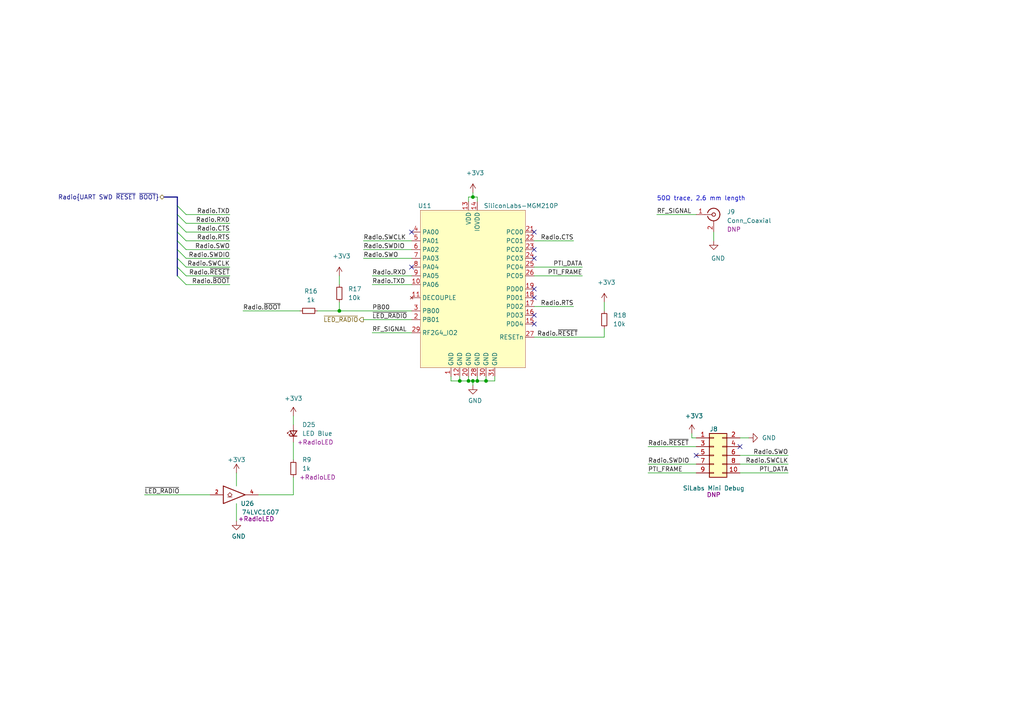
<source format=kicad_sch>
(kicad_sch (version 20211123) (generator eeschema)
  (paper "A4")
  (title_block (title "802.15.4 Radio (Zigbee/Thread)") (date "2022-01-08") (rev "1.1") (company "Nabu Casa") (comment 1 "www.nabucasa.com") (comment 2 "Yellow"))
  (lib_symbols
    (symbol "74xGxx:74LVC1G07" (pin_names (offset 1.016))
      (property "Reference" "U" (at -2.54 3.81 0))
      (property "Value" "74LVC1G07" (at 0 -3.81 0))
      (symbol "74LVC1G07_0_1"
        (polyline (pts (xy -2.54 -0.635) (xy -1.27 -0.635)))
        (polyline (pts (xy -3.81 2.54) (xy -3.81 -2.54) (xy 2.54 0) (xy -3.81 2.54)) (stroke (width 0.254)))
        (polyline (pts (xy -1.905 0.635) (xy -2.54 0) (xy -1.905 -0.635) (xy -1.27 0) (xy -1.905 0.635)))
      )
      (symbol "74LVC1G07_1_1"
        (pin input line (at -7.62 0 0) (length 3.81) (name "~") (number "2"))
        (pin power_in line (at 0 -2.54 270) (length 0) hide (name "GND") (number "3"))
        (pin open_collector line (at 6.35 0 180) (length 3.81) (name "~") (number "4"))
        (pin power_in line (at 0 2.54 90) (length 0) hide (name "VCC") (number "5"))
      )
    )
    (symbol "Connector:Conn_Coaxial" (pin_names (offset 1.016) hide)
      (property "Reference" "J" (at 0.254 3.048 0))
      (property "Value" "Conn_Coaxial" (at 2.921 0 90))
      (symbol "Conn_Coaxial_0_1"
        (arc (start -1.778 -0.508) (mid 0.222 -1.808) (end 1.778 0) (stroke (width 0.254)))
        (polyline (pts (xy -2.54 0) (xy -0.508 0)))
        (polyline (pts (xy 0 -2.54) (xy 0 -1.778)))
        (circle (center 0 0) (radius 0.508) (stroke (width 0.2032)))
        (arc (start 1.778 0) (mid 0.222 1.8083) (end -1.778 0.508) (stroke (width 0.254)))
      )
      (symbol "Conn_Coaxial_1_1"
        (pin passive line (at -5.08 0 0) (length 2.54) (name "In") (number "1"))
        (pin passive line (at 0 -5.08 90) (length 2.54) (name "Ext") (number "2"))
      )
    )
    (symbol "Connector_Generic:Conn_02x05_Odd_Even" (pin_names (offset 1.016) hide)
      (property "Reference" "J" (at 1.27 7.62 0))
      (property "Value" "Conn_02x05_Odd_Even" (at 1.27 -7.62 0))
      (symbol "Conn_02x05_Odd_Even_1_1"
        (rectangle (start -1.27 -4.953) (end 0 -5.207) (stroke (width 0.1524)))
        (rectangle (start -1.27 -2.413) (end 0 -2.667) (stroke (width 0.1524)))
        (rectangle (start -1.27 0.127) (end 0 -0.127) (stroke (width 0.1524)))
        (rectangle (start -1.27 2.667) (end 0 2.413) (stroke (width 0.1524)))
        (rectangle (start -1.27 5.207) (end 0 4.953) (stroke (width 0.1524)))
        (rectangle (start -1.27 6.35) (end 3.81 -6.35) (stroke (width 0.254)) (fill (type background)))
        (rectangle (start 3.81 -4.953) (end 2.54 -5.207) (stroke (width 0.1524)))
        (rectangle (start 3.81 -2.413) (end 2.54 -2.667) (stroke (width 0.1524)))
        (rectangle (start 3.81 0.127) (end 2.54 -0.127) (stroke (width 0.1524)))
        (rectangle (start 3.81 2.667) (end 2.54 2.413) (stroke (width 0.1524)))
        (rectangle (start 3.81 5.207) (end 2.54 4.953) (stroke (width 0.1524)))
        (pin passive line (at -5.08 5.08 0) (length 3.81) (name "Pin_1") (number "1"))
        (pin passive line (at 7.62 -5.08 180) (length 3.81) (name "Pin_10") (number "10"))
        (pin passive line (at 7.62 5.08 180) (length 3.81) (name "Pin_2") (number "2"))
        (pin passive line (at -5.08 2.54 0) (length 3.81) (name "Pin_3") (number "3"))
        (pin passive line (at 7.62 2.54 180) (length 3.81) (name "Pin_4") (number "4"))
        (pin passive line (at -5.08 0 0) (length 3.81) (name "Pin_5") (number "5"))
        (pin passive line (at 7.62 0 180) (length 3.81) (name "Pin_6") (number "6"))
        (pin passive line (at -5.08 -2.54 0) (length 3.81) (name "Pin_7") (number "7"))
        (pin passive line (at 7.62 -2.54 180) (length 3.81) (name "Pin_8") (number "8"))
        (pin passive line (at -5.08 -5.08 0) (length 3.81) (name "Pin_9") (number "9"))
      )
    )
    (symbol "Device:LED_Small" (pin_numbers hide) (pin_names (offset 0.254) hide)
      (property "Reference" "D" (at -1.27 3.175 0))
      (property "Value" "LED_Small" (at -4.445 -2.54 0))
      (symbol "LED_Small_0_1"
        (polyline (pts (xy -0.762 -1.016) (xy -0.762 1.016)) (stroke (width 0.254)))
        (polyline (pts (xy 1.016 0) (xy -0.762 0)))
        (polyline (pts (xy 0.762 -1.016) (xy -0.762 0) (xy 0.762 1.016) (xy 0.762 -1.016)) (stroke (width 0.254)))
        (polyline (pts (xy 0 0.762) (xy -0.508 1.27) (xy -0.254 1.27) (xy -0.508 1.27) (xy -0.508 1.016)))
        (polyline (pts (xy 0.508 1.27) (xy 0 1.778) (xy 0.254 1.778) (xy 0 1.778) (xy 0 1.524)))
      )
      (symbol "LED_Small_1_1"
        (pin passive line (at -2.54 0 0) (length 1.778) (name "K") (number "1"))
        (pin passive line (at 2.54 0 180) (length 1.778) (name "A") (number "2"))
      )
    )
    (symbol "Device:R_Small" (pin_numbers hide) (pin_names (offset 0.254) hide)
      (property "Reference" "R" (at 0.762 0.508 0))
      (property "Value" "R_Small" (at 0.762 -1.016 0))
      (symbol "R_Small_0_1"
        (rectangle (start -0.762 1.778) (end 0.762 -1.778) (stroke (width 0.2032)))
      )
      (symbol "R_Small_1_1"
        (pin passive line (at 0 2.54 270) (length 0.762) (name "~") (number "1"))
        (pin passive line (at 0 -2.54 90) (length 0.762) (name "~") (number "2"))
      )
    )
    (symbol "Yellow:SiliconLabs-MGM210P"
      (property "Reference" "U" (at -13.97 24.13 0))
      (property "Value" "SiliconLabs-MGM210P" (at 19.05 -25.4 0))
      (symbol "SiliconLabs-MGM210P_0_1"
        (rectangle (start -15.24 22.86) (end 15.24 -22.86) (stroke (width 0.001)) (fill (type background)))
      )
      (symbol "SiliconLabs-MGM210P_1_1"
        (pin power_in line (at -6.35 -25.4 90) (length 2.54) (name "GND") (number "1"))
        (pin bidirectional line (at -17.78 1.27 0) (length 2.54) (name "PA06") (number "10"))
        (pin no_connect line (at -17.78 -2.54 0) (length 2.54) (name "DECOUPLE") (number "11"))
        (pin power_in line (at -3.81 -25.4 90) (length 2.54) (name "GND") (number "12"))
        (pin power_in line (at -1.27 25.4 270) (length 2.54) (name "VDD") (number "13"))
        (pin power_in line (at 1.27 25.4 270) (length 2.54) (name "IOVDD") (number "14"))
        (pin bidirectional line (at 17.78 -10.16 180) (length 2.54) (name "PD04") (number "15"))
        (pin bidirectional line (at 17.78 -7.62 180) (length 2.54) (name "PD03") (number "16"))
        (pin bidirectional line (at 17.78 -5.08 180) (length 2.54) (name "PD02") (number "17"))
        (pin bidirectional line (at 17.78 -2.54 180) (length 2.54) (name "PD01") (number "18"))
        (pin bidirectional line (at 17.78 0 180) (length 2.54) (name "PD00") (number "19"))
        (pin bidirectional line (at -17.78 -8.89 0) (length 2.54) (name "PB01") (number "2"))
        (pin power_in line (at -1.27 -25.4 90) (length 2.54) (name "GND") (number "20"))
        (pin bidirectional line (at 17.78 16.51 180) (length 2.54) (name "PC00") (number "21"))
        (pin bidirectional line (at 17.78 13.97 180) (length 2.54) (name "PC01") (number "22"))
        (pin bidirectional line (at 17.78 11.43 180) (length 2.54) (name "PC02") (number "23"))
        (pin bidirectional line (at 17.78 8.89 180) (length 2.54) (name "PC03") (number "24"))
        (pin bidirectional line (at 17.78 6.35 180) (length 2.54) (name "PC04") (number "25"))
        (pin bidirectional line (at 17.78 3.81 180) (length 2.54) (name "PC05") (number "26"))
        (pin bidirectional line (at 17.78 -13.97 180) (length 2.54) (name "RESETn") (number "27"))
        (pin power_in line (at 1.27 -25.4 90) (length 2.54) (name "GND") (number "28"))
        (pin input line (at -17.78 -12.7 0) (length 2.54) (name "RF2G4_IO2") (number "29"))
        (pin bidirectional line (at -17.78 -6.35 0) (length 2.54) (name "PB00") (number "3"))
        (pin power_in line (at 3.81 -25.4 90) (length 2.54) (name "GND") (number "30"))
        (pin power_in line (at 6.35 -25.4 90) (length 2.54) (name "GND") (number "31"))
        (pin bidirectional line (at -17.78 16.51 0) (length 2.54) (name "PA00") (number "4"))
        (pin bidirectional line (at -17.78 13.97 0) (length 2.54) (name "PA01") (number "5"))
        (pin bidirectional line (at -17.78 11.43 0) (length 2.54) (name "PA02") (number "6"))
        (pin bidirectional line (at -17.78 8.89 0) (length 2.54) (name "PA03") (number "7"))
        (pin bidirectional line (at -17.78 6.35 0) (length 2.54) (name "PA04") (number "8"))
        (pin bidirectional line (at -17.78 3.81 0) (length 2.54) (name "PA05") (number "9"))
      )
    )
    (symbol "power:+3V3" (power) (pin_names (offset 0))
      (property "Value" "+3V3" (at 0 3.556 0))
      (symbol "+3V3_0_1"
        (polyline (pts (xy -0.762 1.27) (xy 0 2.54)))
        (polyline (pts (xy 0 0) (xy 0 2.54)))
        (polyline (pts (xy 0 2.54) (xy 0.762 1.27)))
      )
      (symbol "+3V3_1_1"
        (pin power_in line (at 0 0 90) (length 0) hide (name "+3V3") (number "1"))
      )
    )
    (symbol "power:GND" (power) (pin_names (offset 0))
      (property "Value" "GND" (at 0 -3.81 0))
      (symbol "GND_0_1"
        (polyline (pts (xy 0 0) (xy 0 -1.27) (xy 1.27 -1.27) (xy 0 -2.54) (xy -1.27 -1.27) (xy 0 -1.27)))
      )
      (symbol "GND_1_1"
        (pin power_in line (at 0 0 270) (length 0) hide (name "GND") (number "1"))
      )
    )
  )
  (bus_alias "SWD" (members "SWDIO" "SWCLK" "SWO"))
  (junction (at 135.89 110.49) (diameter 0.9144))
  (junction (at 98.425 90.17) (diameter 0.9144))
  (junction (at 137.16 57.15) (diameter 0.9144))
  (junction (at 137.16 110.49) (diameter 0.9144))
  (junction (at 133.35 110.49) (diameter 0.9144))
  (junction (at 138.43 110.49) (diameter 0.9144))
  (junction (at 140.97 110.49) (diameter 0.9144))
  (no_connect (at 119.38 77.47))
  (no_connect (at 214.63 129.54))
  (no_connect (at 201.93 132.08))
  (no_connect (at 154.94 67.31))
  (no_connect (at 119.38 67.31))
  (no_connect (at 154.94 72.39))
  (no_connect (at 154.94 83.82))
  (no_connect (at 154.94 86.36))
  (no_connect (at 154.94 91.44))
  (no_connect (at 154.94 93.98))
  (no_connect (at 154.94 74.93))
  (bus_entry (at 51.435 72.39) (size 2.54 2.54) (stroke (width 0.1524)))
  (bus_entry (at 51.435 74.93) (size 2.54 2.54) (stroke (width 0.1524)))
  (bus_entry (at 51.435 69.85) (size 2.54 2.54) (stroke (width 0.1524)))
  (bus_entry (at 51.435 64.77) (size 2.54 2.54) (stroke (width 0.1524)))
  (bus_entry (at 51.435 80.01) (size 2.54 2.54) (stroke (width 0.1524)))
  (bus_entry (at 51.435 59.69) (size 2.54 2.54) (stroke (width 0.1524)))
  (bus_entry (at 51.435 77.47) (size 2.54 2.54) (stroke (width 0.1524)))
  (bus_entry (at 51.435 67.31) (size 2.54 2.54) (stroke (width 0.1524)))
  (bus_entry (at 51.435 62.23) (size 2.54 2.54) (stroke (width 0.1524)))
  (wire (pts (xy 74.93 143.51) (xy 85.09 143.51)))
  (wire (pts (xy 68.58 137.16) (xy 68.58 140.97)))
  (wire (pts (xy 98.425 90.17) (xy 119.38 90.17)))
  (wire (pts (xy 200.66 127) (xy 201.93 127)))
  (wire (pts (xy 138.43 110.49) (xy 138.43 109.22)))
  (wire (pts (xy 200.66 125.73) (xy 200.66 127)))
  (wire (pts (xy 135.89 109.22) (xy 135.89 110.49)))
  (wire (pts (xy 137.16 110.49) (xy 138.43 110.49)))
  (wire (pts (xy 41.91 143.51) (xy 60.96 143.51)))
  (wire (pts (xy 85.09 128.27) (xy 85.09 133.35)))
  (wire (pts (xy 137.16 57.15) (xy 138.43 57.15)))
  (wire (pts (xy 143.51 110.49) (xy 143.51 109.22)))
  (wire (pts (xy 53.975 74.93) (xy 66.675 74.93)))
  (wire (pts (xy 133.35 109.22) (xy 133.35 110.49)))
  (wire (pts (xy 187.96 129.54) (xy 201.93 129.54)))
  (wire (pts (xy 53.975 67.31) (xy 66.675 67.31)))
  (wire (pts (xy 137.16 57.15) (xy 135.89 57.15)))
  (wire (pts (xy 187.96 137.16) (xy 201.93 137.16)))
  (wire (pts (xy 175.26 87.63) (xy 175.26 90.17)))
  (wire (pts (xy 138.43 57.15) (xy 138.43 58.42)))
  (wire (pts (xy 107.95 80.01) (xy 119.38 80.01)))
  (wire (pts (xy 107.95 96.52) (xy 119.38 96.52)))
  (wire (pts (xy 105.41 69.85) (xy 119.38 69.85)))
  (wire (pts (xy 154.94 88.9) (xy 166.37 88.9)))
  (wire (pts (xy 137.16 111.76) (xy 137.16 110.49)))
  (wire (pts (xy 70.485 90.17) (xy 86.995 90.17)))
  (wire (pts (xy 135.89 57.15) (xy 135.89 58.42)))
  (wire (pts (xy 53.975 69.85) (xy 66.675 69.85)))
  (wire (pts (xy 138.43 110.49) (xy 140.97 110.49)))
  (bus (pts (xy 47.625 57.15) (xy 51.435 57.15)))
  (wire (pts (xy 105.41 72.39) (xy 119.38 72.39)))
  (wire (pts (xy 187.96 134.62) (xy 201.93 134.62)))
  (wire (pts (xy 53.975 77.47) (xy 66.675 77.47)))
  (wire (pts (xy 168.91 80.01) (xy 154.94 80.01)))
  (wire (pts (xy 53.975 80.01) (xy 66.675 80.01)))
  (wire (pts (xy 140.97 110.49) (xy 140.97 109.22)))
  (wire (pts (xy 85.09 120.65) (xy 85.09 123.19)))
  (wire (pts (xy 137.16 110.49) (xy 135.89 110.49)))
  (wire (pts (xy 137.16 55.88) (xy 137.16 57.15)))
  (wire (pts (xy 107.95 82.55) (xy 119.38 82.55)))
  (wire (pts (xy 53.975 64.77) (xy 66.675 64.77)))
  (wire (pts (xy 68.58 146.05) (xy 68.58 151.13)))
  (wire (pts (xy 105.41 74.93) (xy 119.38 74.93)))
  (wire (pts (xy 85.09 138.43) (xy 85.09 143.51)))
  (wire (pts (xy 130.81 110.49) (xy 130.81 109.22)))
  (wire (pts (xy 140.97 110.49) (xy 143.51 110.49)))
  (wire (pts (xy 98.425 87.63) (xy 98.425 90.17)))
  (wire (pts (xy 207.01 67.31) (xy 207.01 69.85)))
  (wire (pts (xy 214.63 127) (xy 217.17 127)))
  (wire (pts (xy 168.91 77.47) (xy 154.94 77.47)))
  (wire (pts (xy 133.35 110.49) (xy 130.81 110.49)))
  (wire (pts (xy 154.94 69.85) (xy 166.37 69.85)))
  (bus (pts (xy 51.435 77.47) (xy 51.435 80.01)))
  (bus (pts (xy 51.435 72.39) (xy 51.435 74.93)))
  (bus (pts (xy 51.435 74.93) (xy 51.435 77.47)))
  (bus (pts (xy 51.435 69.85) (xy 51.435 72.39)))
  (bus (pts (xy 51.435 64.77) (xy 51.435 67.31)))
  (bus (pts (xy 51.435 62.23) (xy 51.435 64.77)))
  (bus (pts (xy 51.435 67.31) (xy 51.435 69.85)))
  (bus (pts (xy 51.435 57.15) (xy 51.435 59.69)))
  (bus (pts (xy 51.435 59.69) (xy 51.435 62.23)))
  (wire (pts (xy 105.41 92.71) (xy 119.38 92.71)))
  (wire (pts (xy 53.975 62.23) (xy 66.675 62.23)))
  (wire (pts (xy 228.6 132.08) (xy 214.63 132.08)))
  (wire (pts (xy 175.26 95.25) (xy 175.26 97.79)))
  (wire (pts (xy 228.6 137.16) (xy 214.63 137.16)))
  (wire (pts (xy 154.94 97.79) (xy 175.26 97.79)))
  (wire (pts (xy 228.6 134.62) (xy 214.63 134.62)))
  (wire (pts (xy 53.975 82.55) (xy 66.675 82.55)))
  (wire (pts (xy 53.975 72.39) (xy 66.675 72.39)))
  (wire (pts (xy 98.425 80.01) (xy 98.425 82.55)))
  (wire (pts (xy 92.075 90.17) (xy 98.425 90.17)))
  (wire (pts (xy 190.5 62.23) (xy 201.93 62.23)))
  (wire (pts (xy 135.89 110.49) (xy 133.35 110.49)))
  (text "50Ω trace, 2.6 mm length" (at 190.5 58.42 0) (effects (font (size 1.27 1.27)) (justify left bottom)))
  (label "Radio.SWCLK" (at 105.41 69.85 0))
  (label "Radio.SWDIO" (at 66.675 74.93 180))
  (label "Radio.SWO" (at 105.41 74.93 0))
  (label "Radio.~{RESET}" (at 66.675 80.01 180))
  (label "Radio.CTS" (at 166.37 69.85 180))
  (label "PTI_DATA" (at 228.6 137.16 180))
  (label "Radio.RXD" (at 66.675 64.77 180))
  (label "Radio.TXD" (at 66.675 62.23 180))
  (label "Radio.SWDIO" (at 187.96 134.62 0))
  (label "~{LED_RADIO}" (at 107.95 92.71 0))
  (label "Radio.SWDIO" (at 105.41 72.39 0))
  (label "PTI_FRAME" (at 168.91 80.01 180))
  (label "PTI_DATA" (at 168.91 77.47 180))
  (label "Radio.~{BOOT}" (at 66.675 82.55 180))
  (label "Radio.~{RESET}" (at 187.96 129.54 0))
  (label "RF_SIGNAL" (at 190.5 62.23 0))
  (label "Radio.SWO" (at 66.675 72.39 180))
  (label "RF_SIGNAL" (at 107.95 96.52 0))
  (label "Radio.SWO" (at 228.6 132.08 180))
  (label "Radio.SWCLK" (at 66.675 77.47 180))
  (label "Radio.RXD" (at 107.95 80.01 0))
  (label "Radio.RTS" (at 66.675 69.85 180))
  (label "Radio.TXD" (at 107.95 82.55 0))
  (label "Radio.RTS" (at 166.37 88.9 180))
  (label "Radio.SWCLK" (at 228.6 134.62 180))
  (label "Radio.~{BOOT}" (at 70.485 90.17 0))
  (label "Radio.CTS" (at 66.675 67.31 180))
  (label "PTI_FRAME" (at 187.96 137.16 0))
  (label "~{LED_RADIO}" (at 41.91 143.51 0))
  (label "PB00" (at 107.95 90.17 0))
  (label "Radio.~{RESET}" (at 167.64 97.79 180))
  (hierarchical_label "Radio{UART SWD ~{RESET} ~{BOOT}}" (shape bidirectional) (at 47.625 57.15 180))
  (hierarchical_label "~{LED_RADIO}" (shape output) (at 105.41 92.71 180))
  (symbol (lib_id "power:+3V3") (at 98.425 80.01 0) (unit 1)
    (property "Reference" "#PWR055" (effects hide))
    (property "Value" "+3V3" (at 99.06 74.295 0))
  )
  (symbol (lib_id "Device:R_Small") (at 98.425 85.09 180) (unit 1)
    (property "Reference" "R17" (at 100.965 83.82 0) (effects (justify right)))
    (property "Value" "10k" (at 100.965 86.36 0) (effects (justify right)))
    (property "Footprint" "Resistor_SMD:R_0402_1005Metric" (effects hide))
  )
  (symbol (lib_id "Device:LED_Small") (at 85.09 125.73 90) (unit 1)
    (property "Reference" "D25" (at 87.63 123.19 90) (effects (justify right)))
    (property "Value" "LED Blue" (at 87.63 125.73 90) (effects (justify right)))
    (property "Footprint" "LED_SMD:LED_0603_1608Metric" (effects hide))
    (property "Datasheet" "https://datasheet.lcsc.com/lcsc/1810101813_Everlight-Elec-19-213-Y2C-CQ2R2L-3T-CY_C72038.pdf" (effects hide))
    (property "Manufacturer" "Everlight Elec" (effects hide))
    (property "PartNumber" "19-217/BHC-ZL1M2RY/3T" (effects hide))
    (property "Config" "+RadioLED" (at 91.44 128.27 90))
  )
  (symbol (lib_id "74xGxx:74LVC1G07") (at 68.58 143.51 0) (unit 1)
    (property "Reference" "U26" (at 71.755 146.05 0))
    (property "Value" "74LVC1G07" (at 75.565 148.59 0))
    (property "Footprint" "Package_TO_SOT_SMD:SOT-23-5" (effects hide))
    (property "Datasheet" "https://www.ti.com/lit/sg/scyt129g/scyt129g.pdf" (effects hide))
    (property "Manufacturer" "Texas Instruments" (effects hide))
    (property "PartNumber" "SN74LVC1G07DBV" (effects hide))
    (property "Config" "+RadioLED" (at 74.295 150.495 0))
  )
  (symbol (lib_id "Device:R_Small") (at 175.26 92.71 180) (unit 1)
    (property "Reference" "R18" (at 177.8 91.44 0) (effects (justify right)))
    (property "Value" "10k" (at 177.8 93.98 0) (effects (justify right)))
    (property "Footprint" "Resistor_SMD:R_0402_1005Metric" (effects hide))
  )
  (symbol (lib_id "Device:R_Small") (at 89.535 90.17 90) (unit 1)
    (property "Reference" "R16" (at 90.17 84.455 90))
    (property "Value" "1k" (at 90.17 86.995 90))
    (property "Footprint" "Resistor_SMD:R_0402_1005Metric" (effects hide))
  )
  (symbol (lib_id "power:+3V3") (at 137.16 55.88 0) (unit 1)
    (property "Reference" "#PWR058" (effects hide))
    (property "Value" "+3V3" (at 137.795 50.165 0))
  )
  (symbol (lib_id "power:+3V3") (at 68.58 137.16 0) (unit 1)
    (property "Reference" "#PWR0210" (effects hide))
    (property "Value" "+3V3" (at 68.58 133.35 0))
  )
  (symbol (lib_id "power:+3V3") (at 175.26 87.63 0) (unit 1)
    (property "Reference" "#PWR060" (effects hide))
    (property "Value" "+3V3" (at 175.895 81.915 0))
  )
  (symbol (lib_id "power:GND") (at 68.58 151.13 0) (unit 1)
    (property "Reference" "#PWR0211" (effects hide))
    (property "Value" "GND" (at 69.215 155.575 0))
  )
  (symbol (lib_id "power:GND") (at 207.01 69.85 0) (unit 1)
    (property "Reference" "#PWR061" (effects hide))
    (property "Value" "GND" (at 208.28 74.93 0))
  )
  (symbol (lib_id "Connector_Generic:Conn_02x05_Odd_Even") (at 207.01 132.08 0) (unit 1)
    (property "Reference" "J8" (at 207.01 124.46 0))
    (property "Value" "SiLabs Mini Debug" (at 207.01 141.605 0))
    (property "Footprint" "Connector_PinHeader_1.27mm:PinHeader_2x05_P1.27mm_Vertical" (effects hide))
    (property "Config" "DNP" (at 207.01 143.51 0))
  )
  (symbol (lib_id "power:+3V3") (at 200.66 125.73 0) (unit 1)
    (property "Reference" "#PWR056" (effects hide))
    (property "Value" "+3V3" (at 201.295 120.65 0))
  )
  (symbol (lib_id "power:GND") (at 217.17 127 90) (unit 1)
    (property "Reference" "#PWR057" (effects hide))
    (property "Value" "GND" (at 220.98 127 90) (effects (justify right)))
  )
  (symbol (lib_id "Yellow:SiliconLabs-MGM210P") (at 137.16 83.82 0) (unit 1)
    (property "Reference" "U11" (at 123.19 59.69 0))
    (property "Value" "SiliconLabs-MGM210P" (at 151.13 59.69 0))
    (property "Footprint" "Yellow:SiliconLabs_MGM210P" (effects hide))
    (property "Datasheet" "https://www.silabs.com/documents/public/data-sheets/mgm210p-datasheet.pdf" (effects hide))
    (property "Manufacturer" "Silicon Laboratories" (effects hide))
    (property "PartNumber" "MGM210PA32JIA2" (effects hide))
  )
  (symbol (lib_id "Connector:Conn_Coaxial") (at 207.01 62.23 0) (unit 1)
    (property "Reference" "J9" (at 210.82 61.4552 0) (effects (justify left)))
    (property "Value" "Conn_Coaxial" (at 210.82 63.9952 0) (effects (justify left)))
    (property "Footprint" "Connector_Coaxial:U.FL_Hirose_U.FL-R-SMT-1_Vertical" (effects hide))
    (property "Datasheet" " ~" (effects hide))
    (property "Manufacturer" "Linx Technologies" (effects hide))
    (property "PartNumber" "CONUFL001-SMD-T" (effects hide))
    (property "Config" "DNP" (at 210.82 66.5352 0) (effects (justify left)))
  )
  (symbol (lib_id "power:+3V3") (at 85.09 120.65 0) (unit 1)
    (property "Reference" "#PWR0212" (effects hide))
    (property "Value" "+3V3" (at 85.09 115.57 0))
  )
  (symbol (lib_id "Device:R_Small") (at 85.09 135.89 0) (unit 1)
    (property "Reference" "R9" (at 87.63 133.35 0) (effects (justify left)))
    (property "Value" "1k" (at 87.63 135.89 0) (effects (justify left)))
    (property "Footprint" "Resistor_SMD:R_0402_1005Metric" (effects hide))
    (property "Config" "+RadioLED" (at 92.075 138.43 0))
  )
  (symbol (lib_id "power:GND") (at 137.16 111.76 0) (unit 1)
    (property "Reference" "#PWR059" (effects hide))
    (property "Value" "GND" (at 137.795 116.205 0))
  )
)
</source>
